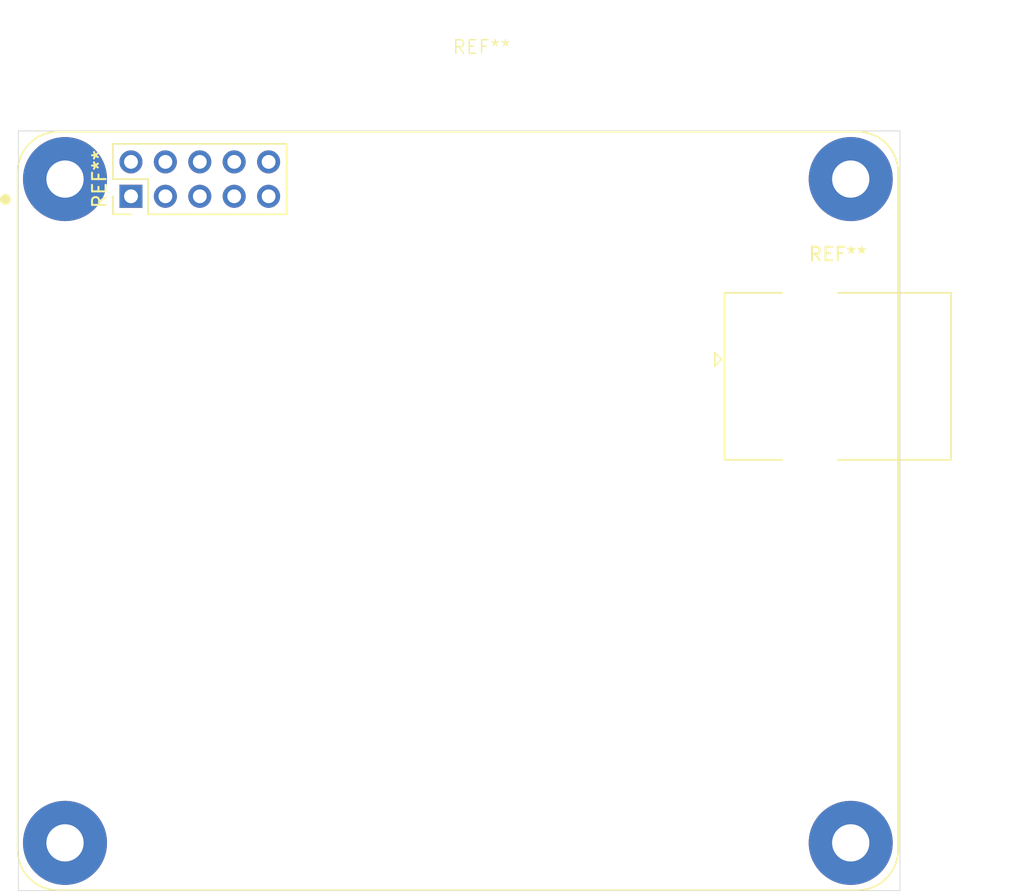
<source format=kicad_pcb>
(kicad_pcb (version 20221018) (generator pcbnew)
  (layers (0 "F.Cu" signal) (31 "B.Cu" signal) (34 "B.Paste" user) (35 "F.Paste" user) (36 "B.SilkS" user "B.Silkscreen") (37 "F.SilkS" user "F.Silkscreen") (38 "B.Mask" user) (39 "F.Mask" user) (44 "Edge.Cuts" user))
  (net 0 "")
  (footprint "Connector_PinHeader_2.54mm:PinHeader_2x05_P2.54mm_Vertical" (layer "F.Cu") (at 138.7348 49.0474 90)
    (fp_text reference "REF**" (at 1.27 -2.33 90) (layer "F.SilkS"))
    (fp_text value "PinHeader_2x05_P2.54mm_Vertical")
    (fp_line (start -1.33 -1.33) (end 0 -1.33) (stroke (width 0.12)) (layer "F.SilkS"))
    (fp_line (start -1.33 0) (end -1.33 -1.33) (stroke (width 0.12)) (layer "F.SilkS"))
    (fp_line (start -1.33 1.27) (end -1.33 11.49) (stroke (width 0.12)) (layer "F.SilkS"))
    (fp_line (start -1.33 1.27) (end 1.27 1.27) (stroke (width 0.12)) (layer "F.SilkS"))
    (fp_line (start -1.33 11.49) (end 3.87 11.49) (stroke (width 0.12)) (layer "F.SilkS"))
    (fp_line (start 1.27 -1.33) (end 3.87 -1.33) (stroke (width 0.12)) (layer "F.SilkS"))
    (fp_line (start 1.27 1.27) (end 1.27 -1.33) (stroke (width 0.12)) (layer "F.SilkS"))
    (fp_line (start 3.87 -1.33) (end 3.87 11.49) (stroke (width 0.12)) (layer "F.SilkS"))
    (pad "1" thru_hole rect (at 0 0 90) (size 1.7 1.7) (drill 1) (layers "*.Cu" "*.Mask"))
    (pad "2" thru_hole oval (at 2.54 0 90) (size 1.7 1.7) (drill 1) (layers "*.Cu" "*.Mask"))
    (pad "3" thru_hole oval (at 0 2.54 90) (size 1.7 1.7) (drill 1) (layers "*.Cu" "*.Mask"))
    (pad "4" thru_hole oval (at 2.54 2.54 90) (size 1.7 1.7) (drill 1) (layers "*.Cu" "*.Mask"))
    (pad "5" thru_hole oval (at 0 5.08 90) (size 1.7 1.7) (drill 1) (layers "*.Cu" "*.Mask"))
    (pad "6" thru_hole oval (at 2.54 5.08 90) (size 1.7 1.7) (drill 1) (layers "*.Cu" "*.Mask"))
    (pad "7" thru_hole oval (at 0 7.62 90) (size 1.7 1.7) (drill 1) (layers "*.Cu" "*.Mask"))
    (pad "8" thru_hole oval (at 2.54 7.62 90) (size 1.7 1.7) (drill 1) (layers "*.Cu" "*.Mask"))
    (pad "9" thru_hole oval (at 0 10.16 90) (size 1.7 1.7) (drill 1) (layers "*.Cu" "*.Mask"))
    (pad "10" thru_hole oval (at 2.54 10.16 90) (size 1.7 1.7) (drill 1) (layers "*.Cu" "*.Mask"))
  )
  (footprint "Connector_USB:USB_B_OST_USB-B1HSxx_Horizontal" (layer "F.Cu") (at 184.15 61.087)
    (fp_text reference "REF**" (at 6.76 -7.77) (layer "F.SilkS"))
    (fp_text value "USB_B_OST_USB-B1HSxx_Horizontal")
    (fp_line (start -2.32 -0.5) (end -2.32 0.5) (stroke (width 0.12)) (layer "F.SilkS"))
    (fp_line (start -2.32 0.5) (end -1.82 0) (stroke (width 0.12)) (layer "F.SilkS"))
    (fp_line (start -1.82 0) (end -2.32 -0.5) (stroke (width 0.12)) (layer "F.SilkS"))
    (fp_line (start -1.6 -4.91) (end -1.6 7.41) (stroke (width 0.12)) (layer "F.SilkS"))
    (fp_line (start -1.6 7.41) (end 2.66 7.41) (stroke (width 0.12)) (layer "F.SilkS"))
    (fp_line (start 2.66 -4.91) (end -1.6 -4.91) (stroke (width 0.12)) (layer "F.SilkS"))
    (fp_line (start 6.76 -4.91) (end 15.12 -4.91) (stroke (width 0.12)) (layer "F.SilkS"))
    (fp_line (start 15.12 -4.91) (end 15.12 7.41) (stroke (width 0.12)) (layer "F.SilkS"))
    (fp_line (start 15.12 7.41) (end 6.76 7.41) (stroke (width 0.12)) (layer "F.SilkS"))
  )
  (footprint "SMT_TARPN_NinoTNC:SMT_TARPN_NinoTNC" (layer "F.Cu") (at 164.6174 38.5318)
    (fp_text reference "REF**" (at 0 -0.5 unlocked) (layer "F.SilkS") (effects (font (thickness 0.1))))
    (fp_text value "SMT_TARPN_NinoTNC")
    (fp_line (start -34.25 8.745) (end -34.25 58.745) (stroke (width 0.127)) (layer "F.SilkS"))
    (fp_line (start -31.25 61.745) (end 27.75 61.745) (stroke (width 0.127)) (layer "F.SilkS"))
    (fp_line (start 27.75 5.745) (end -31.25 5.745) (stroke (width 0.127)) (layer "F.SilkS"))
    (fp_line (start 30.75 58.745) (end 30.75 8.745) (stroke (width 0.127)) (layer "F.SilkS"))
    (fp_arc (start -34.25 8.745) (mid -33.37132 6.62368) (end -31.25 5.745) (stroke (width 0.127)) (layer "F.SilkS"))
    (fp_arc (start -31.25 61.745) (mid -33.37132 60.86632) (end -34.25 58.745) (stroke (width 0.127)) (layer "F.SilkS"))
    (fp_arc (start 27.75 5.745) (mid 29.87132 6.62368) (end 30.75 8.745) (stroke (width 0.127)) (layer "F.SilkS"))
    (fp_arc (start 30.75 58.745) (mid 29.87132 60.86632) (end 27.75 61.745) (stroke (width 0.127)) (layer "F.SilkS"))
    (fp_circle (center -35.15 10.745) (end -34.95 10.745) (stroke (width 0.4)) (fill none) (layer "F.SilkS"))
    (pad "1" thru_hole rect (at -25.88 10.515) (size 1.524 1.524) (drill 1.016) (layers "*.Cu" "*.Mask"))
    (pad "2" thru_hole circle (at -25.88 7.975) (size 1.524 1.524) (drill 1.016) (layers "*.Cu" "*.Mask"))
    (pad "3" thru_hole circle (at -23.34 10.515) (size 1.524 1.524) (drill 1.016) (layers "*.Cu" "*.Mask"))
    (pad "4" thru_hole circle (at -23.34 7.975) (size 1.524 1.524) (drill 1.016) (layers "*.Cu" "*.Mask"))
    (pad "5" thru_hole circle (at -20.8 10.515) (size 1.524 1.524) (drill 1.016) (layers "*.Cu" "*.Mask"))
    (pad "6" thru_hole circle (at -20.8 7.975) (size 1.524 1.524) (drill 1.016) (layers "*.Cu" "*.Mask"))
    (pad "7" thru_hole circle (at -18.26 10.515) (size 1.524 1.524) (drill 1.016) (layers "*.Cu" "*.Mask"))
    (pad "8" thru_hole circle (at -18.26 7.975) (size 1.524 1.524) (drill 1.016) (layers "*.Cu" "*.Mask"))
    (pad "9" thru_hole circle (at -15.72 10.515) (size 1.524 1.524) (drill 1.016) (layers "*.Cu" "*.Mask"))
    (pad "10" thru_hole circle (at -15.72 7.975) (size 1.524 1.524) (drill 1.016) (layers "*.Cu" "*.Mask"))
    (pad "S1" thru_hole circle (at -30.75 9.245) (size 6.2 6.2) (drill 2.75) (layers "*.Cu" "*.Mask"))
    (pad "S2" thru_hole circle (at 27.25 9.245) (size 6.2 6.2) (drill 2.75) (layers "*.Cu" "*.Mask"))
    (pad "S3" thru_hole circle (at 27.25 58.245) (size 6.2 6.2) (drill 2.75) (layers "*.Cu" "*.Mask"))
    (pad "S4" thru_hole circle (at -30.75 58.245) (size 6.2 6.2) (drill 2.75) (layers "*.Cu" "*.Mask"))
  )
  (gr_rect (start 130.429 44.2214) (end 195.5038 100.3046) (stroke (width 0.05)) (fill none) (layer "Edge.Cuts"))
)
</source>
